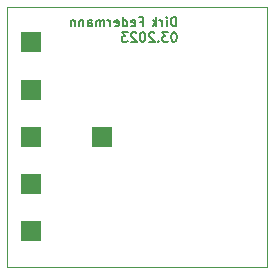
<source format=gbs>
G04 #@! TF.GenerationSoftware,KiCad,Pcbnew,(7.0.0)*
G04 #@! TF.CreationDate,2023-03-10T18:23:16+01:00*
G04 #@! TF.ProjectId,CapacitorBox0805,43617061-6369-4746-9f72-426f78303830,rev?*
G04 #@! TF.SameCoordinates,Original*
G04 #@! TF.FileFunction,Soldermask,Bot*
G04 #@! TF.FilePolarity,Negative*
%FSLAX46Y46*%
G04 Gerber Fmt 4.6, Leading zero omitted, Abs format (unit mm)*
G04 Created by KiCad (PCBNEW (7.0.0)) date 2023-03-10 18:23:16*
%MOMM*%
%LPD*%
G01*
G04 APERTURE LIST*
%ADD10C,0.150000*%
%ADD11R,1.700000X1.700000*%
G04 #@! TA.AperFunction,Profile*
%ADD12C,0.100000*%
G04 #@! TD*
G04 APERTURE END LIST*
D10*
X115309523Y-101645904D02*
X115309523Y-100845904D01*
X115309523Y-100845904D02*
X115119047Y-100845904D01*
X115119047Y-100845904D02*
X115004761Y-100884000D01*
X115004761Y-100884000D02*
X114928571Y-100960190D01*
X114928571Y-100960190D02*
X114890476Y-101036380D01*
X114890476Y-101036380D02*
X114852380Y-101188761D01*
X114852380Y-101188761D02*
X114852380Y-101303047D01*
X114852380Y-101303047D02*
X114890476Y-101455428D01*
X114890476Y-101455428D02*
X114928571Y-101531619D01*
X114928571Y-101531619D02*
X115004761Y-101607809D01*
X115004761Y-101607809D02*
X115119047Y-101645904D01*
X115119047Y-101645904D02*
X115309523Y-101645904D01*
X114509523Y-101645904D02*
X114509523Y-101112571D01*
X114509523Y-100845904D02*
X114547619Y-100884000D01*
X114547619Y-100884000D02*
X114509523Y-100922095D01*
X114509523Y-100922095D02*
X114471428Y-100884000D01*
X114471428Y-100884000D02*
X114509523Y-100845904D01*
X114509523Y-100845904D02*
X114509523Y-100922095D01*
X114128571Y-101645904D02*
X114128571Y-101112571D01*
X114128571Y-101264952D02*
X114090476Y-101188761D01*
X114090476Y-101188761D02*
X114052381Y-101150666D01*
X114052381Y-101150666D02*
X113976190Y-101112571D01*
X113976190Y-101112571D02*
X113900000Y-101112571D01*
X113633333Y-101645904D02*
X113633333Y-100845904D01*
X113557143Y-101341142D02*
X113328571Y-101645904D01*
X113328571Y-101112571D02*
X113633333Y-101417333D01*
X112239048Y-101226857D02*
X112505714Y-101226857D01*
X112505714Y-101645904D02*
X112505714Y-100845904D01*
X112505714Y-100845904D02*
X112124762Y-100845904D01*
X111515238Y-101607809D02*
X111591429Y-101645904D01*
X111591429Y-101645904D02*
X111743810Y-101645904D01*
X111743810Y-101645904D02*
X111820000Y-101607809D01*
X111820000Y-101607809D02*
X111858096Y-101531619D01*
X111858096Y-101531619D02*
X111858096Y-101226857D01*
X111858096Y-101226857D02*
X111820000Y-101150666D01*
X111820000Y-101150666D02*
X111743810Y-101112571D01*
X111743810Y-101112571D02*
X111591429Y-101112571D01*
X111591429Y-101112571D02*
X111515238Y-101150666D01*
X111515238Y-101150666D02*
X111477143Y-101226857D01*
X111477143Y-101226857D02*
X111477143Y-101303047D01*
X111477143Y-101303047D02*
X111858096Y-101379238D01*
X110791429Y-101645904D02*
X110791429Y-100845904D01*
X110791429Y-101607809D02*
X110867620Y-101645904D01*
X110867620Y-101645904D02*
X111020001Y-101645904D01*
X111020001Y-101645904D02*
X111096191Y-101607809D01*
X111096191Y-101607809D02*
X111134286Y-101569714D01*
X111134286Y-101569714D02*
X111172382Y-101493523D01*
X111172382Y-101493523D02*
X111172382Y-101264952D01*
X111172382Y-101264952D02*
X111134286Y-101188761D01*
X111134286Y-101188761D02*
X111096191Y-101150666D01*
X111096191Y-101150666D02*
X111020001Y-101112571D01*
X111020001Y-101112571D02*
X110867620Y-101112571D01*
X110867620Y-101112571D02*
X110791429Y-101150666D01*
X110105714Y-101607809D02*
X110181905Y-101645904D01*
X110181905Y-101645904D02*
X110334286Y-101645904D01*
X110334286Y-101645904D02*
X110410476Y-101607809D01*
X110410476Y-101607809D02*
X110448572Y-101531619D01*
X110448572Y-101531619D02*
X110448572Y-101226857D01*
X110448572Y-101226857D02*
X110410476Y-101150666D01*
X110410476Y-101150666D02*
X110334286Y-101112571D01*
X110334286Y-101112571D02*
X110181905Y-101112571D01*
X110181905Y-101112571D02*
X110105714Y-101150666D01*
X110105714Y-101150666D02*
X110067619Y-101226857D01*
X110067619Y-101226857D02*
X110067619Y-101303047D01*
X110067619Y-101303047D02*
X110448572Y-101379238D01*
X109724762Y-101645904D02*
X109724762Y-101112571D01*
X109724762Y-101264952D02*
X109686667Y-101188761D01*
X109686667Y-101188761D02*
X109648572Y-101150666D01*
X109648572Y-101150666D02*
X109572381Y-101112571D01*
X109572381Y-101112571D02*
X109496191Y-101112571D01*
X109229524Y-101645904D02*
X109229524Y-101112571D01*
X109229524Y-101188761D02*
X109191429Y-101150666D01*
X109191429Y-101150666D02*
X109115239Y-101112571D01*
X109115239Y-101112571D02*
X109000953Y-101112571D01*
X109000953Y-101112571D02*
X108924762Y-101150666D01*
X108924762Y-101150666D02*
X108886667Y-101226857D01*
X108886667Y-101226857D02*
X108886667Y-101645904D01*
X108886667Y-101226857D02*
X108848572Y-101150666D01*
X108848572Y-101150666D02*
X108772381Y-101112571D01*
X108772381Y-101112571D02*
X108658096Y-101112571D01*
X108658096Y-101112571D02*
X108581905Y-101150666D01*
X108581905Y-101150666D02*
X108543810Y-101226857D01*
X108543810Y-101226857D02*
X108543810Y-101645904D01*
X107820000Y-101645904D02*
X107820000Y-101226857D01*
X107820000Y-101226857D02*
X107858095Y-101150666D01*
X107858095Y-101150666D02*
X107934286Y-101112571D01*
X107934286Y-101112571D02*
X108086667Y-101112571D01*
X108086667Y-101112571D02*
X108162857Y-101150666D01*
X107820000Y-101607809D02*
X107896191Y-101645904D01*
X107896191Y-101645904D02*
X108086667Y-101645904D01*
X108086667Y-101645904D02*
X108162857Y-101607809D01*
X108162857Y-101607809D02*
X108200953Y-101531619D01*
X108200953Y-101531619D02*
X108200953Y-101455428D01*
X108200953Y-101455428D02*
X108162857Y-101379238D01*
X108162857Y-101379238D02*
X108086667Y-101341142D01*
X108086667Y-101341142D02*
X107896191Y-101341142D01*
X107896191Y-101341142D02*
X107820000Y-101303047D01*
X107439047Y-101112571D02*
X107439047Y-101645904D01*
X107439047Y-101188761D02*
X107400952Y-101150666D01*
X107400952Y-101150666D02*
X107324762Y-101112571D01*
X107324762Y-101112571D02*
X107210476Y-101112571D01*
X107210476Y-101112571D02*
X107134285Y-101150666D01*
X107134285Y-101150666D02*
X107096190Y-101226857D01*
X107096190Y-101226857D02*
X107096190Y-101645904D01*
X106715237Y-101112571D02*
X106715237Y-101645904D01*
X106715237Y-101188761D02*
X106677142Y-101150666D01*
X106677142Y-101150666D02*
X106600952Y-101112571D01*
X106600952Y-101112571D02*
X106486666Y-101112571D01*
X106486666Y-101112571D02*
X106410475Y-101150666D01*
X106410475Y-101150666D02*
X106372380Y-101226857D01*
X106372380Y-101226857D02*
X106372380Y-101645904D01*
X115157142Y-102141904D02*
X115080952Y-102141904D01*
X115080952Y-102141904D02*
X115004761Y-102180000D01*
X115004761Y-102180000D02*
X114966666Y-102218095D01*
X114966666Y-102218095D02*
X114928571Y-102294285D01*
X114928571Y-102294285D02*
X114890476Y-102446666D01*
X114890476Y-102446666D02*
X114890476Y-102637142D01*
X114890476Y-102637142D02*
X114928571Y-102789523D01*
X114928571Y-102789523D02*
X114966666Y-102865714D01*
X114966666Y-102865714D02*
X115004761Y-102903809D01*
X115004761Y-102903809D02*
X115080952Y-102941904D01*
X115080952Y-102941904D02*
X115157142Y-102941904D01*
X115157142Y-102941904D02*
X115233333Y-102903809D01*
X115233333Y-102903809D02*
X115271428Y-102865714D01*
X115271428Y-102865714D02*
X115309523Y-102789523D01*
X115309523Y-102789523D02*
X115347619Y-102637142D01*
X115347619Y-102637142D02*
X115347619Y-102446666D01*
X115347619Y-102446666D02*
X115309523Y-102294285D01*
X115309523Y-102294285D02*
X115271428Y-102218095D01*
X115271428Y-102218095D02*
X115233333Y-102180000D01*
X115233333Y-102180000D02*
X115157142Y-102141904D01*
X114623809Y-102141904D02*
X114128571Y-102141904D01*
X114128571Y-102141904D02*
X114395237Y-102446666D01*
X114395237Y-102446666D02*
X114280952Y-102446666D01*
X114280952Y-102446666D02*
X114204761Y-102484761D01*
X114204761Y-102484761D02*
X114166666Y-102522857D01*
X114166666Y-102522857D02*
X114128571Y-102599047D01*
X114128571Y-102599047D02*
X114128571Y-102789523D01*
X114128571Y-102789523D02*
X114166666Y-102865714D01*
X114166666Y-102865714D02*
X114204761Y-102903809D01*
X114204761Y-102903809D02*
X114280952Y-102941904D01*
X114280952Y-102941904D02*
X114509523Y-102941904D01*
X114509523Y-102941904D02*
X114585714Y-102903809D01*
X114585714Y-102903809D02*
X114623809Y-102865714D01*
X113785713Y-102865714D02*
X113747618Y-102903809D01*
X113747618Y-102903809D02*
X113785713Y-102941904D01*
X113785713Y-102941904D02*
X113823809Y-102903809D01*
X113823809Y-102903809D02*
X113785713Y-102865714D01*
X113785713Y-102865714D02*
X113785713Y-102941904D01*
X113442857Y-102218095D02*
X113404761Y-102180000D01*
X113404761Y-102180000D02*
X113328571Y-102141904D01*
X113328571Y-102141904D02*
X113138095Y-102141904D01*
X113138095Y-102141904D02*
X113061904Y-102180000D01*
X113061904Y-102180000D02*
X113023809Y-102218095D01*
X113023809Y-102218095D02*
X112985714Y-102294285D01*
X112985714Y-102294285D02*
X112985714Y-102370476D01*
X112985714Y-102370476D02*
X113023809Y-102484761D01*
X113023809Y-102484761D02*
X113480952Y-102941904D01*
X113480952Y-102941904D02*
X112985714Y-102941904D01*
X112490475Y-102141904D02*
X112414285Y-102141904D01*
X112414285Y-102141904D02*
X112338094Y-102180000D01*
X112338094Y-102180000D02*
X112299999Y-102218095D01*
X112299999Y-102218095D02*
X112261904Y-102294285D01*
X112261904Y-102294285D02*
X112223809Y-102446666D01*
X112223809Y-102446666D02*
X112223809Y-102637142D01*
X112223809Y-102637142D02*
X112261904Y-102789523D01*
X112261904Y-102789523D02*
X112299999Y-102865714D01*
X112299999Y-102865714D02*
X112338094Y-102903809D01*
X112338094Y-102903809D02*
X112414285Y-102941904D01*
X112414285Y-102941904D02*
X112490475Y-102941904D01*
X112490475Y-102941904D02*
X112566666Y-102903809D01*
X112566666Y-102903809D02*
X112604761Y-102865714D01*
X112604761Y-102865714D02*
X112642856Y-102789523D01*
X112642856Y-102789523D02*
X112680952Y-102637142D01*
X112680952Y-102637142D02*
X112680952Y-102446666D01*
X112680952Y-102446666D02*
X112642856Y-102294285D01*
X112642856Y-102294285D02*
X112604761Y-102218095D01*
X112604761Y-102218095D02*
X112566666Y-102180000D01*
X112566666Y-102180000D02*
X112490475Y-102141904D01*
X111919047Y-102218095D02*
X111880951Y-102180000D01*
X111880951Y-102180000D02*
X111804761Y-102141904D01*
X111804761Y-102141904D02*
X111614285Y-102141904D01*
X111614285Y-102141904D02*
X111538094Y-102180000D01*
X111538094Y-102180000D02*
X111499999Y-102218095D01*
X111499999Y-102218095D02*
X111461904Y-102294285D01*
X111461904Y-102294285D02*
X111461904Y-102370476D01*
X111461904Y-102370476D02*
X111499999Y-102484761D01*
X111499999Y-102484761D02*
X111957142Y-102941904D01*
X111957142Y-102941904D02*
X111461904Y-102941904D01*
X111195237Y-102141904D02*
X110699999Y-102141904D01*
X110699999Y-102141904D02*
X110966665Y-102446666D01*
X110966665Y-102446666D02*
X110852380Y-102446666D01*
X110852380Y-102446666D02*
X110776189Y-102484761D01*
X110776189Y-102484761D02*
X110738094Y-102522857D01*
X110738094Y-102522857D02*
X110699999Y-102599047D01*
X110699999Y-102599047D02*
X110699999Y-102789523D01*
X110699999Y-102789523D02*
X110738094Y-102865714D01*
X110738094Y-102865714D02*
X110776189Y-102903809D01*
X110776189Y-102903809D02*
X110852380Y-102941904D01*
X110852380Y-102941904D02*
X111080951Y-102941904D01*
X111080951Y-102941904D02*
X111157142Y-102903809D01*
X111157142Y-102903809D02*
X111195237Y-102865714D01*
D11*
X102999999Y-114999999D03*
X102999999Y-118999999D03*
X102999999Y-102999999D03*
X108999999Y-110999999D03*
X102999999Y-110999999D03*
X102999999Y-106999999D03*
D12*
X101000000Y-100000000D02*
X123000000Y-100000000D01*
X123000000Y-100000000D02*
X123000000Y-122000000D01*
X123000000Y-122000000D02*
X101000000Y-122000000D01*
X101000000Y-100000000D02*
X101000000Y-122000000D01*
M02*

</source>
